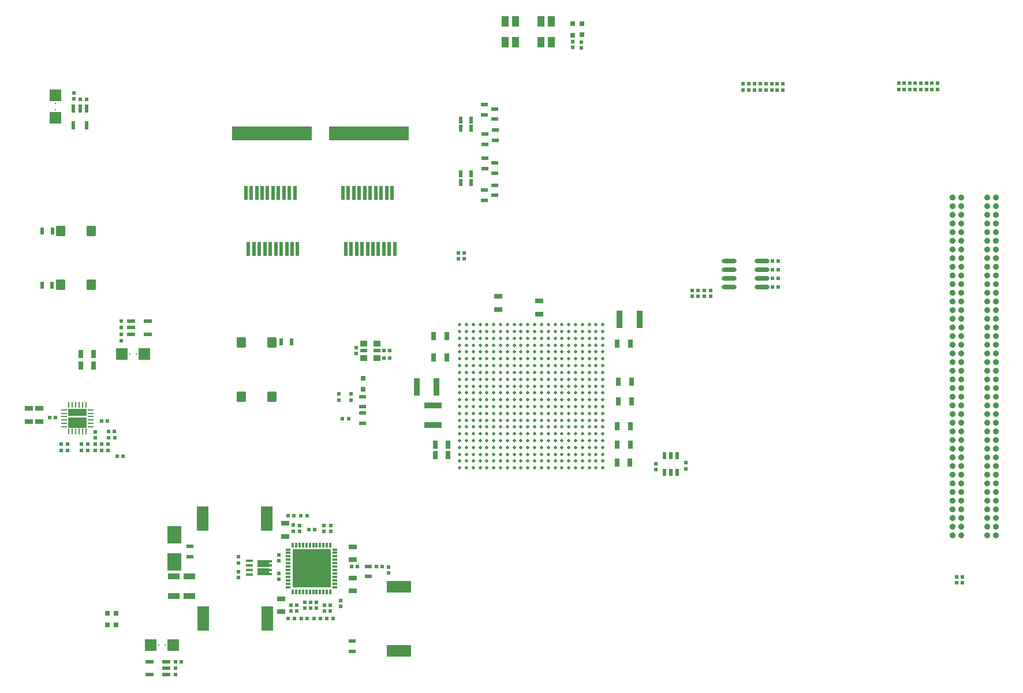
<source format=gbr>
G04 Layer_Color=8421504*
%FSLAX45Y45*%
%MOMM*%
%TF.FileFunction,Paste,Top*%
%TF.Part,Single*%
G01*
G75*
%TA.AperFunction,SMDPad,CuDef*%
%ADD11R,0.60000X0.55000*%
%TA.AperFunction,BGAPad,CuDef*%
%ADD12C,0.50000*%
%TA.AperFunction,SMDPad,CuDef*%
%ADD13R,0.55000X0.60000*%
%ADD14R,11.80000X2.00000*%
G04:AMPARAMS|DCode=15|XSize=1.55mm|YSize=1.3mm|CornerRadius=0.0975mm|HoleSize=0mm|Usage=FLASHONLY|Rotation=90.000|XOffset=0mm|YOffset=0mm|HoleType=Round|Shape=RoundedRectangle|*
%AMROUNDEDRECTD15*
21,1,1.55000,1.10500,0,0,90.0*
21,1,1.35500,1.30000,0,0,90.0*
1,1,0.19500,0.55250,0.67750*
1,1,0.19500,0.55250,-0.67750*
1,1,0.19500,-0.55250,-0.67750*
1,1,0.19500,-0.55250,0.67750*
%
%ADD15ROUNDEDRECTD15*%
%ADD16R,2.00000X2.50000*%
%ADD17R,0.70000X1.30000*%
%ADD18R,1.10000X1.50000*%
%ADD19R,1.00000X0.50000*%
%ADD20R,1.00000X0.90000*%
%ADD21R,0.50000X2.00000*%
%ADD22R,3.56000X1.78000*%
%ADD23R,1.72500X0.99000*%
%ADD24R,0.99000X0.40500*%
%ADD25R,0.76000X0.40500*%
%ADD26R,0.60000X1.00000*%
%ADD27R,0.60000X1.10000*%
%ADD28R,2.70000X1.05000*%
%ADD29R,2.70000X1.50000*%
%ADD30R,0.25000X0.80480*%
%ADD31R,0.80480X0.25000*%
%ADD32R,1.30000X0.55000*%
%ADD33R,0.25400X0.25400*%
%ADD34R,1.70000X1.80000*%
%ADD35R,0.80000X0.80000*%
%ADD37R,0.90000X2.60000*%
%ADD38R,2.60000X0.90000*%
%ADD39R,1.30000X0.70000*%
%ADD40R,1.70000X0.90000*%
%ADD41R,1.00000X0.60000*%
%ADD42R,1.78000X3.56000*%
%ADD43R,0.25400X0.25400*%
%ADD44R,1.80000X1.70000*%
%ADD45R,0.55000X1.30000*%
%ADD46O,2.20000X0.60000*%
%TA.AperFunction,SMDPad,SMDef*%
%ADD47R,5.60000X5.60000*%
%TA.AperFunction,SMDPad,CuDef*%
%ADD48R,0.30000X0.75480*%
%ADD49R,0.75480X0.30000*%
%TA.AperFunction,BGAPad,CuDef*%
%ADD210C,0.88900*%
D11*
X3956640Y7223760D02*
D03*
X3868940D02*
D03*
X7865700Y8658860D02*
D03*
X7780700D02*
D03*
X7865700Y8768080D02*
D03*
X7780700D02*
D03*
X2962500Y7790000D02*
D03*
X2877500D02*
D03*
X3747180Y7584180D02*
D03*
X3832180D02*
D03*
X3642240Y7741660D02*
D03*
X3727240D02*
D03*
X7307319Y5606500D02*
D03*
X7392319D02*
D03*
X7263720Y7772400D02*
D03*
X7176020D02*
D03*
X13480460Y9705340D02*
D03*
X13568159D02*
D03*
X13480460Y9829800D02*
D03*
X13568159D02*
D03*
X13480460Y9959340D02*
D03*
X13568159D02*
D03*
X13480460Y10083800D02*
D03*
X13568159D02*
D03*
X6680080Y6149340D02*
D03*
X6767780D02*
D03*
X6572459Y4839420D02*
D03*
X6660159D02*
D03*
X6381959D02*
D03*
X6469659D02*
D03*
X6463620Y6350000D02*
D03*
X6375920D02*
D03*
X6654120Y6347460D02*
D03*
X6566420D02*
D03*
X6948379Y4839420D02*
D03*
X7036079D02*
D03*
X6762959D02*
D03*
X6850659D02*
D03*
X7670680Y5608320D02*
D03*
X7758380D02*
D03*
X3747180Y7495280D02*
D03*
X3834880D02*
D03*
X4814540Y4211320D02*
D03*
X4726840D02*
D03*
X3333280Y12458120D02*
D03*
X3420980D02*
D03*
D12*
X8894100Y7250060D02*
D03*
Y7350060D02*
D03*
Y7050060D02*
D03*
Y7150060D02*
D03*
X9794100Y8650060D02*
D03*
X8894100Y8750060D02*
D03*
Y8850060D02*
D03*
X9294100Y7450060D02*
D03*
X9394100Y7550060D02*
D03*
X8994100Y9150060D02*
D03*
X9094100D02*
D03*
X9294100D02*
D03*
X9494100D02*
D03*
X9694100D02*
D03*
X9794100D02*
D03*
X9894100D02*
D03*
X9994100D02*
D03*
X10094100D02*
D03*
X10194100D02*
D03*
X10294100D02*
D03*
X10394100D02*
D03*
X10494100D02*
D03*
X10594100D02*
D03*
X10694100D02*
D03*
X10794100D02*
D03*
X10894100D02*
D03*
X10994100D02*
D03*
X8994100Y9050060D02*
D03*
X9094100D02*
D03*
X9294100D02*
D03*
X9494100D02*
D03*
X9694100D02*
D03*
X9794100D02*
D03*
X9894100D02*
D03*
X9994100D02*
D03*
X10094100D02*
D03*
X10194100D02*
D03*
X10294100D02*
D03*
X10394100D02*
D03*
X10494100D02*
D03*
X10594100D02*
D03*
X10694100D02*
D03*
X10794100D02*
D03*
X10894100D02*
D03*
X10994100D02*
D03*
X8894100Y8950060D02*
D03*
X8994100D02*
D03*
X9094100D02*
D03*
X9194100D02*
D03*
X9294100D02*
D03*
X9394100D02*
D03*
X9494100D02*
D03*
X9594100D02*
D03*
X9694100D02*
D03*
X9794100D02*
D03*
X9894100D02*
D03*
X9994100D02*
D03*
X10094100D02*
D03*
X10194100D02*
D03*
X10294100D02*
D03*
X10394100D02*
D03*
X10494100D02*
D03*
X10594100D02*
D03*
X10694100D02*
D03*
X10794100D02*
D03*
X10894100D02*
D03*
X10994100D02*
D03*
X8994100Y8850060D02*
D03*
X9094100D02*
D03*
X9194100D02*
D03*
X9294100D02*
D03*
X9394100D02*
D03*
X9494100D02*
D03*
X9594100D02*
D03*
X9694100D02*
D03*
X9794100D02*
D03*
X9894100D02*
D03*
X9994100D02*
D03*
X10094100D02*
D03*
X10194100D02*
D03*
X10294100D02*
D03*
X10394100D02*
D03*
X10494100D02*
D03*
X10594100D02*
D03*
X10694100D02*
D03*
X10794100D02*
D03*
X10894100D02*
D03*
X10994100D02*
D03*
X8994100Y8750060D02*
D03*
X9094100D02*
D03*
X9194100D02*
D03*
X9294100D02*
D03*
X9394100D02*
D03*
X9494100D02*
D03*
X9594100D02*
D03*
X9694100D02*
D03*
X9794100D02*
D03*
X9894100D02*
D03*
X9994100D02*
D03*
X10094100D02*
D03*
X10194100D02*
D03*
X10294100D02*
D03*
X10394100D02*
D03*
X10494100D02*
D03*
X10594100D02*
D03*
X10694100D02*
D03*
X10794100D02*
D03*
X10894100D02*
D03*
X10994100D02*
D03*
X8994100Y8650060D02*
D03*
X9094100D02*
D03*
X9194100D02*
D03*
X9294100D02*
D03*
X9394100D02*
D03*
X9494100D02*
D03*
X9594100D02*
D03*
X9694100D02*
D03*
X9894100D02*
D03*
X9994100D02*
D03*
X10094100D02*
D03*
X10194100D02*
D03*
X10294100D02*
D03*
X10394100D02*
D03*
X10494100D02*
D03*
X10594100D02*
D03*
X10694100D02*
D03*
X10794100D02*
D03*
X10894100D02*
D03*
X10994100D02*
D03*
X8994100Y8550060D02*
D03*
X9094100D02*
D03*
X9194100D02*
D03*
X9294100D02*
D03*
X9394100D02*
D03*
X9494100D02*
D03*
X9594100D02*
D03*
X9694100D02*
D03*
X9794100D02*
D03*
X9894100D02*
D03*
X9994100D02*
D03*
X10094100D02*
D03*
X10194100D02*
D03*
X10294100D02*
D03*
X10394100D02*
D03*
X10494100D02*
D03*
X10594100D02*
D03*
X10694100D02*
D03*
X10794100D02*
D03*
X10894100D02*
D03*
X10994100D02*
D03*
X8894100Y8450060D02*
D03*
X8994100D02*
D03*
X9094100D02*
D03*
X9194100D02*
D03*
X9294100D02*
D03*
X9394100D02*
D03*
X9494100D02*
D03*
X9594100D02*
D03*
X9694100D02*
D03*
X9794100D02*
D03*
X9894100D02*
D03*
X9994100D02*
D03*
X10094100D02*
D03*
X10194100D02*
D03*
X10294100D02*
D03*
X10394100D02*
D03*
X10494100D02*
D03*
X10594100D02*
D03*
X10694100D02*
D03*
X10794100D02*
D03*
X10894100D02*
D03*
X10994100D02*
D03*
X8994100Y8350060D02*
D03*
X9094100D02*
D03*
X9194100D02*
D03*
X9294100D02*
D03*
X9394100D02*
D03*
X9494100D02*
D03*
X9594100D02*
D03*
X9694100D02*
D03*
X9794100D02*
D03*
X9894100D02*
D03*
X9994100D02*
D03*
X10094100D02*
D03*
X10194100D02*
D03*
X10294100D02*
D03*
X10394100D02*
D03*
X10494100D02*
D03*
X10594100D02*
D03*
X10694100D02*
D03*
X10794100D02*
D03*
X10894100D02*
D03*
X10994100D02*
D03*
X8994100Y8250060D02*
D03*
X9094100D02*
D03*
X9194100D02*
D03*
X9294100D02*
D03*
X9394100D02*
D03*
X9494100D02*
D03*
X9594100D02*
D03*
X9694100D02*
D03*
X9794100D02*
D03*
X9894100D02*
D03*
X9994100D02*
D03*
X10094100D02*
D03*
X10194100D02*
D03*
X10294100D02*
D03*
X10394100D02*
D03*
X10494100D02*
D03*
X10594100D02*
D03*
X10694100D02*
D03*
X10794100D02*
D03*
X10894100D02*
D03*
X10994100D02*
D03*
X8994100Y8150060D02*
D03*
X9094100D02*
D03*
X9194100D02*
D03*
X9294100D02*
D03*
X9394100D02*
D03*
X9494100D02*
D03*
X9594100D02*
D03*
X9694100D02*
D03*
X9794100D02*
D03*
X9894100D02*
D03*
X9994100D02*
D03*
X10094100D02*
D03*
X10194100D02*
D03*
X10294100D02*
D03*
X10394100D02*
D03*
X10494100D02*
D03*
X10594100D02*
D03*
X10694100D02*
D03*
X10794100D02*
D03*
X10894100D02*
D03*
X10994100D02*
D03*
X8994100Y8050060D02*
D03*
X9094100D02*
D03*
X9194100D02*
D03*
X9294100D02*
D03*
X9394100D02*
D03*
X9494100D02*
D03*
X9594100D02*
D03*
X9694100D02*
D03*
X9794100D02*
D03*
X9894100D02*
D03*
X9994100D02*
D03*
X10094100D02*
D03*
X10194100D02*
D03*
X10294100D02*
D03*
X10394100D02*
D03*
X10494100D02*
D03*
X10594100D02*
D03*
X10694100D02*
D03*
X10794100D02*
D03*
X10894100D02*
D03*
X10994100D02*
D03*
X8894100Y7950060D02*
D03*
X8994100D02*
D03*
X9094100D02*
D03*
X9194100D02*
D03*
X9294100D02*
D03*
X9394100D02*
D03*
X9494100D02*
D03*
X9594100D02*
D03*
X9694100D02*
D03*
X9794100D02*
D03*
X9894100D02*
D03*
X9994100D02*
D03*
X10094100D02*
D03*
X10194100D02*
D03*
X10294100D02*
D03*
X10394100D02*
D03*
X10494100D02*
D03*
X10594100D02*
D03*
X10694100D02*
D03*
X10794100D02*
D03*
X10894100D02*
D03*
X10994100D02*
D03*
X8994100Y7850060D02*
D03*
X9094100D02*
D03*
X9194100D02*
D03*
X9294100D02*
D03*
X9394100D02*
D03*
X9494100D02*
D03*
X9594100D02*
D03*
X9694100D02*
D03*
X9794100D02*
D03*
X9894100D02*
D03*
X9994100D02*
D03*
X10094100D02*
D03*
X10194100D02*
D03*
X10294100D02*
D03*
X10394100D02*
D03*
X10494100D02*
D03*
X10594100D02*
D03*
X10694100D02*
D03*
X10794100D02*
D03*
X10894100D02*
D03*
X10994100D02*
D03*
X8994100Y7750060D02*
D03*
X9094100D02*
D03*
X9194100D02*
D03*
X9294100D02*
D03*
X9394100D02*
D03*
X9494100D02*
D03*
X9594100D02*
D03*
X9694100D02*
D03*
X9794100D02*
D03*
X9894100D02*
D03*
X9994100D02*
D03*
X10094100D02*
D03*
X10194100D02*
D03*
X10294100D02*
D03*
X10394100D02*
D03*
X10494100D02*
D03*
X10594100D02*
D03*
X10694100D02*
D03*
X10794100D02*
D03*
X10894100D02*
D03*
X10994100D02*
D03*
X8994100Y7650060D02*
D03*
X9094100D02*
D03*
X9194100D02*
D03*
X9294100D02*
D03*
X9394100D02*
D03*
X9494100D02*
D03*
X9594100D02*
D03*
X9694100D02*
D03*
X9794100D02*
D03*
X9894100D02*
D03*
X9994100D02*
D03*
X10094100D02*
D03*
X10194100D02*
D03*
X10294100D02*
D03*
X10394100D02*
D03*
X10494100D02*
D03*
X10594100D02*
D03*
X10694100D02*
D03*
X10794100D02*
D03*
X10894100D02*
D03*
X10994100D02*
D03*
X9094100Y7550060D02*
D03*
X9194100D02*
D03*
X9294100D02*
D03*
X9494100D02*
D03*
X9594100D02*
D03*
X9694100D02*
D03*
X9794100D02*
D03*
X9894100D02*
D03*
X9994100D02*
D03*
X10094100D02*
D03*
X10194100D02*
D03*
X10294100D02*
D03*
X10394100D02*
D03*
X10494100D02*
D03*
X10594100D02*
D03*
X10694100D02*
D03*
X10794100D02*
D03*
X10894100D02*
D03*
X10994100D02*
D03*
X8894100Y7450060D02*
D03*
X9094100D02*
D03*
X9194100D02*
D03*
X9394100D02*
D03*
X9494100D02*
D03*
X9594100D02*
D03*
X9694100D02*
D03*
X9794100D02*
D03*
X9894100D02*
D03*
X9994100D02*
D03*
X10094100D02*
D03*
X10194100D02*
D03*
X10294100D02*
D03*
X10394100D02*
D03*
X10494100D02*
D03*
X10594100D02*
D03*
X10694100D02*
D03*
X10794100D02*
D03*
X10894100D02*
D03*
X10994100D02*
D03*
X8994100Y7350060D02*
D03*
X9094100D02*
D03*
X9194100D02*
D03*
X9294100D02*
D03*
X9394100D02*
D03*
X9494100D02*
D03*
X9594100D02*
D03*
X9694100D02*
D03*
X9794100D02*
D03*
X9894100D02*
D03*
X9994100D02*
D03*
X10094100D02*
D03*
X10194100D02*
D03*
X10294100D02*
D03*
X10394100D02*
D03*
X10494100D02*
D03*
X10594100D02*
D03*
X10694100D02*
D03*
X10794100D02*
D03*
X10894100D02*
D03*
X10994100D02*
D03*
X8994100Y7250060D02*
D03*
X9094100D02*
D03*
X9194100D02*
D03*
X9294100D02*
D03*
X9494100D02*
D03*
X9594100D02*
D03*
X9694100D02*
D03*
X9794100D02*
D03*
X9894100D02*
D03*
X9994100D02*
D03*
X10094100D02*
D03*
X10194100D02*
D03*
X10294100D02*
D03*
X10394100D02*
D03*
X10494100D02*
D03*
X10594100D02*
D03*
X10694100D02*
D03*
X10794100D02*
D03*
X10894100D02*
D03*
X10994100D02*
D03*
X8994100Y7150060D02*
D03*
X9094100D02*
D03*
X9194100D02*
D03*
X9294100D02*
D03*
X9394100D02*
D03*
X9494100D02*
D03*
X9694100D02*
D03*
X9794100D02*
D03*
X9894100D02*
D03*
X9994100D02*
D03*
X10094100D02*
D03*
X10194100D02*
D03*
X10294100D02*
D03*
X10394100D02*
D03*
X10494100D02*
D03*
X10594100D02*
D03*
X10694100D02*
D03*
X10794100D02*
D03*
X10894100D02*
D03*
X10994100D02*
D03*
X9094100Y7050060D02*
D03*
X9194100D02*
D03*
X9294100D02*
D03*
X9394100D02*
D03*
X9494100D02*
D03*
X9694100D02*
D03*
X9794100D02*
D03*
X9894100D02*
D03*
X9994100D02*
D03*
X10094100D02*
D03*
X10194100D02*
D03*
X10294100D02*
D03*
X10394100D02*
D03*
X10494100D02*
D03*
X10594100D02*
D03*
X10694100D02*
D03*
X10794100D02*
D03*
X10894100D02*
D03*
X10994100D02*
D03*
X9194100Y9150060D02*
D03*
Y9050060D02*
D03*
X8994100Y7050060D02*
D03*
X8894100Y8650060D02*
D03*
Y8550060D02*
D03*
X8994100Y7550060D02*
D03*
Y7450060D02*
D03*
X9394100Y9150060D02*
D03*
Y9050060D02*
D03*
X8894100Y8350060D02*
D03*
Y8250060D02*
D03*
X9394100Y7250060D02*
D03*
X8894100Y9150060D02*
D03*
Y9050060D02*
D03*
Y8150060D02*
D03*
Y8050060D02*
D03*
Y7850060D02*
D03*
Y7750060D02*
D03*
Y7650060D02*
D03*
Y7550060D02*
D03*
X9594100Y7150060D02*
D03*
Y7050060D02*
D03*
Y9150060D02*
D03*
Y9050060D02*
D03*
D13*
X15742194Y12689160D02*
D03*
Y12601460D02*
D03*
X15415623Y12689160D02*
D03*
Y12601460D02*
D03*
X15902939D02*
D03*
Y12689160D02*
D03*
X15660551D02*
D03*
Y12601460D02*
D03*
X15821297D02*
D03*
Y12689160D02*
D03*
X15576369Y12601460D02*
D03*
Y12689160D02*
D03*
X15333980D02*
D03*
Y12601460D02*
D03*
X15494725D02*
D03*
Y12689160D02*
D03*
X13471434Y12679000D02*
D03*
Y12591300D02*
D03*
X13637259D02*
D03*
Y12679000D02*
D03*
X13387251D02*
D03*
Y12591300D02*
D03*
X13553076D02*
D03*
Y12679000D02*
D03*
X13134703D02*
D03*
Y12591300D02*
D03*
X13300528D02*
D03*
Y12679000D02*
D03*
X13050520D02*
D03*
Y12591300D02*
D03*
X13216345D02*
D03*
Y12679000D02*
D03*
X3347720Y7310540D02*
D03*
Y7398240D02*
D03*
X16183640Y5370000D02*
D03*
Y5455000D02*
D03*
X16270000Y5370000D02*
D03*
Y5455000D02*
D03*
X7381240Y8810580D02*
D03*
Y8725580D02*
D03*
X3439160Y7310540D02*
D03*
Y7395540D02*
D03*
X3553460Y7490880D02*
D03*
Y7575880D02*
D03*
X3642360Y7310540D02*
D03*
Y7395540D02*
D03*
X6239980Y5415960D02*
D03*
Y5500960D02*
D03*
X6242520Y5692820D02*
D03*
Y5777820D02*
D03*
X7150000Y5102500D02*
D03*
Y5017500D02*
D03*
X6501600Y5038680D02*
D03*
Y4953680D02*
D03*
X6546379Y6122800D02*
D03*
Y6207800D02*
D03*
X6915620Y5036140D02*
D03*
Y4951140D02*
D03*
X6904519Y6122801D02*
D03*
Y6207801D02*
D03*
X6709880Y5079320D02*
D03*
Y4994320D02*
D03*
X6793700Y5079320D02*
D03*
Y4994320D02*
D03*
X7299960Y8044860D02*
D03*
Y8132560D02*
D03*
X7127240Y8044860D02*
D03*
Y8132560D02*
D03*
X12393507Y9563780D02*
D03*
Y9651480D02*
D03*
X12578080Y9563780D02*
D03*
Y9651480D02*
D03*
X12485793Y9563780D02*
D03*
Y9651480D02*
D03*
X12301220Y9563780D02*
D03*
Y9651480D02*
D03*
X8872220Y10117500D02*
D03*
Y10205200D02*
D03*
X8958580Y10117500D02*
D03*
Y10205200D02*
D03*
X12210000Y7125200D02*
D03*
Y7037500D02*
D03*
X11770000Y7115200D02*
D03*
Y7027500D02*
D03*
X10683240Y13206779D02*
D03*
Y13294479D02*
D03*
X10551160Y13214920D02*
D03*
Y13302620D02*
D03*
X3553460Y7310540D02*
D03*
Y7398240D02*
D03*
X6417780Y5038680D02*
D03*
Y4950980D02*
D03*
X6457479Y6122800D02*
D03*
Y6210500D02*
D03*
X6999440Y5038680D02*
D03*
Y4950980D02*
D03*
X7001980Y6119540D02*
D03*
Y6207240D02*
D03*
X3050540Y7310540D02*
D03*
Y7398240D02*
D03*
X3141980Y7310540D02*
D03*
Y7398240D02*
D03*
X7855420Y5594940D02*
D03*
Y5507240D02*
D03*
X3733800Y7310540D02*
D03*
Y7398240D02*
D03*
X3236080Y12548880D02*
D03*
Y12461180D02*
D03*
X3934460Y8918360D02*
D03*
Y9006060D02*
D03*
X5647219Y5444620D02*
D03*
Y5532320D02*
D03*
Y5657980D02*
D03*
Y5745680D02*
D03*
X4728860Y4111580D02*
D03*
Y4023880D02*
D03*
X3934460Y9111400D02*
D03*
Y9199100D02*
D03*
X6626060Y4994320D02*
D03*
Y5082020D02*
D03*
D14*
X6137820Y11953840D02*
D03*
X7562820D02*
D03*
D15*
X3491440Y10527020D02*
D03*
Y9732020D02*
D03*
X3041440Y10527020D02*
D03*
Y9732020D02*
D03*
X5693200Y8096260D02*
D03*
Y8891260D02*
D03*
X6143200Y8096260D02*
D03*
Y8891260D02*
D03*
D16*
X4708360Y6072480D02*
D03*
Y5672480D02*
D03*
D17*
X3526540Y8717020D02*
D03*
X3336540D02*
D03*
X11202920Y7132320D02*
D03*
X11392920D02*
D03*
X11205000Y7660000D02*
D03*
X11395000D02*
D03*
X8535000Y7390000D02*
D03*
X8725000D02*
D03*
X8725000Y7240000D02*
D03*
X8535000D02*
D03*
X11205000Y7390000D02*
D03*
X11395000D02*
D03*
X11395000Y8870000D02*
D03*
X11205000D02*
D03*
X8705000Y8980000D02*
D03*
X8515000D02*
D03*
X8515000Y8671560D02*
D03*
X8705000D02*
D03*
X11225000Y8310000D02*
D03*
X11415000D02*
D03*
X11415000Y8030000D02*
D03*
X11225000D02*
D03*
X3526540Y8554460D02*
D03*
X3336540D02*
D03*
D18*
X10090080Y13294220D02*
D03*
Y13594220D02*
D03*
X10240080D02*
D03*
Y13294220D02*
D03*
X9564300D02*
D03*
Y13594220D02*
D03*
X9714300D02*
D03*
Y13294220D02*
D03*
D19*
X7489440Y8768080D02*
D03*
X7679440D02*
D03*
D20*
X7489440Y8660580D02*
D03*
X7679440D02*
D03*
X7489440Y8875580D02*
D03*
X7679440D02*
D03*
D21*
X6517320Y10263840D02*
D03*
X6437320D02*
D03*
X6357320D02*
D03*
X6277320D02*
D03*
X6197320D02*
D03*
X6117320D02*
D03*
X6037320D02*
D03*
X5957320D02*
D03*
X5797320D02*
D03*
X5757320Y11083840D02*
D03*
X5837320D02*
D03*
X5917320D02*
D03*
X5997320D02*
D03*
X6077320D02*
D03*
X6157320D02*
D03*
X6237320D02*
D03*
X6317320D02*
D03*
X6397320D02*
D03*
X6477320D02*
D03*
X5877320Y10263840D02*
D03*
X7942320Y10263840D02*
D03*
X7702320D02*
D03*
X7622320D02*
D03*
X7542320D02*
D03*
X7462320D02*
D03*
X7222320D02*
D03*
X7182320Y11083840D02*
D03*
X7262320D02*
D03*
X7342320D02*
D03*
X7422320D02*
D03*
X7502320D02*
D03*
X7582320D02*
D03*
X7662320D02*
D03*
X7742320D02*
D03*
X7822320D02*
D03*
X7902320D02*
D03*
X7382320Y10263840D02*
D03*
X7302320D02*
D03*
X7862320D02*
D03*
X7782320D02*
D03*
D22*
X8001699Y5309420D02*
D03*
Y4369420D02*
D03*
D23*
X6010259Y5525380D02*
D03*
X6010309Y5646930D02*
D03*
D24*
X5811059Y5685180D02*
D03*
Y5619180D02*
D03*
Y5553180D02*
D03*
Y5487180D02*
D03*
D25*
X6109559Y5680680D02*
D03*
Y5491680D02*
D03*
Y5554680D02*
D03*
Y5617680D02*
D03*
D26*
X8911520Y11363960D02*
D03*
X9061520Y11363960D02*
D03*
X8908980Y12148820D02*
D03*
X9058980D02*
D03*
X6430080Y8900160D02*
D03*
X6280080D02*
D03*
X2767260Y9725660D02*
D03*
X2917260D02*
D03*
X2924880Y10525760D02*
D03*
X2774880D02*
D03*
X8911520Y11236960D02*
D03*
X9061520D02*
D03*
X8908980Y12029440D02*
D03*
X9058980D02*
D03*
D27*
X12086699Y6986920D02*
D03*
X11991699D02*
D03*
X11896699D02*
D03*
Y7226920D02*
D03*
X11991699D02*
D03*
X12086699D02*
D03*
D28*
X3286760Y7861040D02*
D03*
D29*
Y7716260D02*
D03*
D30*
X3411760Y7581986D02*
D03*
X3361760D02*
D03*
X3311760D02*
D03*
X3261760D02*
D03*
X3211760D02*
D03*
X3161760D02*
D03*
Y7972453D02*
D03*
X3211760D02*
D03*
X3261760D02*
D03*
X3311760D02*
D03*
X3361760D02*
D03*
X3411760D02*
D03*
D31*
X3091526Y7652220D02*
D03*
Y7702220D02*
D03*
Y7752220D02*
D03*
Y7802220D02*
D03*
Y7852220D02*
D03*
Y7902220D02*
D03*
X3481994D02*
D03*
Y7852220D02*
D03*
Y7802220D02*
D03*
Y7752220D02*
D03*
Y7702220D02*
D03*
Y7652220D02*
D03*
D32*
X4318620Y9200640D02*
D03*
Y9010640D02*
D03*
X4078620Y9105640D02*
D03*
Y9200640D02*
D03*
Y9010640D02*
D03*
X4349780Y4019800D02*
D03*
Y4209800D02*
D03*
X4589780Y4114800D02*
D03*
Y4019800D02*
D03*
Y4209800D02*
D03*
D33*
X4152900Y8717020D02*
D03*
X4061460D02*
D03*
X4482480Y4452620D02*
D03*
X4573920D02*
D03*
D34*
X3942180Y8717020D02*
D03*
X4272180D02*
D03*
X4693200Y4452620D02*
D03*
X4363200D02*
D03*
D35*
X3858260Y4749900D02*
D03*
Y4914900D02*
D03*
X7475220Y8365440D02*
D03*
Y8200440D02*
D03*
X10685780Y13398599D02*
D03*
Y13563600D02*
D03*
X10551160Y13396060D02*
D03*
Y13561060D02*
D03*
X3726180Y4749900D02*
D03*
Y4914900D02*
D03*
D37*
X11531819Y9227820D02*
D03*
X11241820D02*
D03*
X8265000Y8240000D02*
D03*
X8555000D02*
D03*
D38*
X8500000Y7965000D02*
D03*
Y7675000D02*
D03*
D39*
X10060000Y9305000D02*
D03*
Y9495000D02*
D03*
X9460000Y9565000D02*
D03*
Y9375000D02*
D03*
X2575560Y7923020D02*
D03*
Y7733020D02*
D03*
X2733040Y7923020D02*
D03*
Y7733020D02*
D03*
X6273000Y4941820D02*
D03*
Y5131820D02*
D03*
X7329640Y5246620D02*
D03*
Y5436620D02*
D03*
X6333019Y6237440D02*
D03*
Y6047440D02*
D03*
X7326959Y5892000D02*
D03*
Y5702000D02*
D03*
D40*
X4933479Y5174480D02*
D03*
Y5464480D02*
D03*
X4702339Y5174480D02*
D03*
Y5464480D02*
D03*
D41*
X7322020Y4362380D02*
D03*
Y4512380D02*
D03*
X7555700Y5457120D02*
D03*
Y5607120D02*
D03*
X7470140Y7855020D02*
D03*
Y7705020D02*
D03*
Y8096320D02*
D03*
Y7946320D02*
D03*
X9265920Y11591360D02*
D03*
Y11441360D02*
D03*
X9408160Y11045120D02*
D03*
Y11195120D02*
D03*
X9253220Y10974000D02*
D03*
Y11124000D02*
D03*
X9405620Y11520240D02*
D03*
Y11370240D02*
D03*
X9258300Y12378760D02*
D03*
Y12228760D02*
D03*
X9415780Y11852840D02*
D03*
Y12002840D02*
D03*
X9263380Y11791880D02*
D03*
Y11941880D02*
D03*
X9405620Y12312720D02*
D03*
Y12162720D02*
D03*
X4942040Y5899220D02*
D03*
Y5749220D02*
D03*
D42*
X6076579Y4839420D02*
D03*
X5136579D02*
D03*
X6068959Y6305000D02*
D03*
X5128959D02*
D03*
D43*
X2964300Y12300640D02*
D03*
Y12392080D02*
D03*
D44*
Y12511360D02*
D03*
Y12181360D02*
D03*
D45*
X3422520Y12076500D02*
D03*
X3232520D02*
D03*
X3327520Y12316500D02*
D03*
X3422520D02*
D03*
X3232520D02*
D03*
D46*
X13326080Y9702800D02*
D03*
Y9829800D02*
D03*
Y9956800D02*
D03*
Y10083800D02*
D03*
X12846080Y9702800D02*
D03*
Y9829800D02*
D03*
Y9956800D02*
D03*
Y10083800D02*
D03*
D47*
X6721639Y5578560D02*
D03*
D48*
X6996639Y5235300D02*
D03*
X6946639D02*
D03*
X6896639D02*
D03*
X6846639D02*
D03*
X6796639D02*
D03*
X6746639D02*
D03*
X6696639D02*
D03*
X6646639D02*
D03*
X6596639D02*
D03*
X6546639D02*
D03*
X6496639D02*
D03*
X6446639D02*
D03*
Y5921820D02*
D03*
X6496639D02*
D03*
X6546639D02*
D03*
X6596639D02*
D03*
X6646639D02*
D03*
X6696639D02*
D03*
X6746639D02*
D03*
X6796639D02*
D03*
X6846639D02*
D03*
X6896639D02*
D03*
X6946639D02*
D03*
X6996639D02*
D03*
D49*
X6378379Y5303560D02*
D03*
Y5353560D02*
D03*
Y5403560D02*
D03*
Y5453560D02*
D03*
Y5503560D02*
D03*
Y5553560D02*
D03*
Y5603560D02*
D03*
Y5653560D02*
D03*
Y5703560D02*
D03*
Y5753560D02*
D03*
Y5803560D02*
D03*
Y5853560D02*
D03*
X7064899D02*
D03*
Y5803560D02*
D03*
Y5753560D02*
D03*
Y5703560D02*
D03*
Y5653560D02*
D03*
Y5603560D02*
D03*
Y5553560D02*
D03*
Y5503560D02*
D03*
Y5453560D02*
D03*
Y5403560D02*
D03*
Y5353560D02*
D03*
Y5303560D02*
D03*
D210*
X16249500Y6571500D02*
D03*
Y6444500D02*
D03*
X16630499Y10635500D02*
D03*
Y10508500D02*
D03*
Y7587500D02*
D03*
Y7460500D02*
D03*
X16122501Y7206500D02*
D03*
Y7333500D02*
D03*
Y7841500D02*
D03*
Y7714500D02*
D03*
X16630499Y6825500D02*
D03*
Y6698500D02*
D03*
X16122501Y6825500D02*
D03*
Y6698500D02*
D03*
X16630499Y6317500D02*
D03*
Y6190500D02*
D03*
X16249500Y9365500D02*
D03*
Y9238500D02*
D03*
Y7841500D02*
D03*
Y7714500D02*
D03*
X16757500Y9619500D02*
D03*
Y9492500D02*
D03*
Y9238500D02*
D03*
Y9111500D02*
D03*
Y7714500D02*
D03*
Y7587500D02*
D03*
Y6952500D02*
D03*
Y6825500D02*
D03*
X16249500Y11016500D02*
D03*
X16122501D02*
D03*
X16757500D02*
D03*
X16630499D02*
D03*
X16249500Y10889500D02*
D03*
X16122501D02*
D03*
X16757500D02*
D03*
X16630499D02*
D03*
X16249500Y10762500D02*
D03*
X16122501D02*
D03*
X16630499D02*
D03*
X16249500Y10635500D02*
D03*
X16122501D02*
D03*
X16249500Y10508500D02*
D03*
X16122501D02*
D03*
X16757500D02*
D03*
X16249500Y10381500D02*
D03*
X16122501D02*
D03*
X16630499D02*
D03*
X16249500Y10254500D02*
D03*
X16122501D02*
D03*
X16630499D02*
D03*
X16249500Y10127500D02*
D03*
X16122501D02*
D03*
X16757500D02*
D03*
X16630499D02*
D03*
X16249500Y10000500D02*
D03*
X16122501D02*
D03*
X16630499D02*
D03*
X16249500Y9873500D02*
D03*
X16122501D02*
D03*
X16630499D02*
D03*
X16249500Y9746500D02*
D03*
X16122501D02*
D03*
X16757500D02*
D03*
X16630499D02*
D03*
X16249500Y9619500D02*
D03*
X16122501D02*
D03*
X16630499D02*
D03*
X16249500Y9492500D02*
D03*
X16122501D02*
D03*
X16630499D02*
D03*
X16757500Y9365500D02*
D03*
X16630499D02*
D03*
Y9238500D02*
D03*
X16249500Y9111500D02*
D03*
X16122501D02*
D03*
X16630499D02*
D03*
X16249500Y8984500D02*
D03*
X16122501D02*
D03*
X16757500D02*
D03*
X16630499D02*
D03*
X16249500Y8857500D02*
D03*
X16630499D02*
D03*
X16249500Y8730500D02*
D03*
X16630499D02*
D03*
X16249500Y8603500D02*
D03*
X16122501D02*
D03*
X16757500D02*
D03*
X16630499D02*
D03*
X16122501Y8476500D02*
D03*
X16630499D02*
D03*
X16249500Y8349500D02*
D03*
X16122501D02*
D03*
X16630499D02*
D03*
X16249500Y8222500D02*
D03*
X16122501D02*
D03*
X16757500D02*
D03*
X16630499D02*
D03*
X16249500Y8095500D02*
D03*
X16122501D02*
D03*
X16630499D02*
D03*
X16249500Y7968500D02*
D03*
X16122501D02*
D03*
X16630499D02*
D03*
X16757500Y7841500D02*
D03*
X16630499D02*
D03*
Y7714500D02*
D03*
X16249500Y7587500D02*
D03*
X16122501D02*
D03*
X16249500Y7460500D02*
D03*
X16122501D02*
D03*
X16757500D02*
D03*
X16249500Y7333500D02*
D03*
X16630499D02*
D03*
X16249500Y7206500D02*
D03*
X16630499D02*
D03*
X16249500Y7079500D02*
D03*
X16122501D02*
D03*
X16757500D02*
D03*
X16630499D02*
D03*
X16249500Y6952500D02*
D03*
X16122501D02*
D03*
X16630499D02*
D03*
X16249500Y6825500D02*
D03*
Y6698500D02*
D03*
X16757500D02*
D03*
X16122501Y6571500D02*
D03*
X16630499D02*
D03*
X16122501Y6444500D02*
D03*
X16630499D02*
D03*
X16249500Y6317500D02*
D03*
X16122501D02*
D03*
X16757500D02*
D03*
X16249500Y6190500D02*
D03*
X16122501D02*
D03*
X16757500D02*
D03*
Y6063500D02*
D03*
X16630499D02*
D03*
X16249500D02*
D03*
X16122501D02*
D03*
X16757500Y6444500D02*
D03*
Y6571500D02*
D03*
Y10254500D02*
D03*
Y10381500D02*
D03*
Y10635500D02*
D03*
Y10762500D02*
D03*
X16249500Y8476500D02*
D03*
X16122501Y8730500D02*
D03*
Y8857500D02*
D03*
Y9238500D02*
D03*
Y9365500D02*
D03*
X16757500Y8730500D02*
D03*
Y8857500D02*
D03*
Y9873500D02*
D03*
Y10000500D02*
D03*
Y7206500D02*
D03*
Y7333500D02*
D03*
Y8349500D02*
D03*
Y8476500D02*
D03*
Y7968500D02*
D03*
Y8095500D02*
D03*
%TF.MD5,1aaac2be1f880533670f95f8ec0eb1e2*%
M02*

</source>
